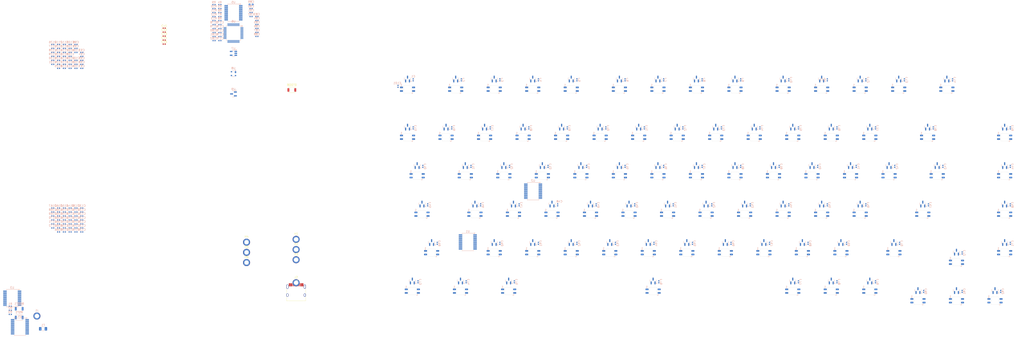
<source format=kicad_pcb>
(kicad_pcb (version 20240108) (generator "pcbnew") (generator_version "8.0")
  (layers (0 "F.Cu" signal) (31 "B.Cu" signal) (34 "B.Paste" user) (35 "F.Paste" user) (36 "B.SilkS" user "B.Silkscreen") (37 "F.SilkS" user "F.Silkscreen") (38 "B.Mask" user) (39 "F.Mask" user) (44 "Edge.Cuts" user))
  (net 0 "")
  (net 1 "+3V3")
  (net 2 "BOOT0")
  (net 3 "+5V")
  (net 4 "GND")
  (net 5 "NRST")
  (net 6 "COM")
  (net 7 "COM1")
  (net 8 "COM2")
  (net 9 "COM3")
  (net 10 "COM4")
  (net 11 "VBUS")
  (net 12 "D-")
  (net 13 "D+")
  (net 16 "LED_IN")
  (net 173 "Net-(U5-COM)")
  (net 254 "/B14")
  (net 255 "/A0")
  (net 256 "/A10")
  (net 257 "E4")
  (net 258 "S3")
  (net 259 "S0")
  (net 260 "/A9")
  (net 261 "LED0")
  (net 262 "/F0")
  (net 263 "/C15")
  (net 264 "E")
  (net 265 "S1")
  (net 266 "/F1")
  (net 267 "E2")
  (net 268 "E1")
  (net 269 "S2")
  (net 270 "/A15")
  (net 271 "E3")
  (net 272 "/B11")
  (net 273 "/C13")
  (net 274 "/C14")
  (net 275 "/B13")
  (net 276 "/B12")
  (net 277 "/B15")
  (net 278 "/B10")
  (net 297 "Net-(J3-CC2)")
  (net 298 "Net-(J3-CC1)")
  (net 307 "Net-(U1-COM)")
  (net 308 "Net-(U2-COM)")
  (net 309 "Net-(U3-COM)")
  (net 310 "Net-(U4-COM)")
  (footprint "KB_MX_Analog:MX-Analog-1U" (layer "F.Cu") (at 104.775 80.9625)
    (property "Reference" "SW33")
    (property "Value" "DRV5053")
  )
  (footprint "KB_Switch_Misc:MX-LED_WS2812B_wide" (layer "F.Cu") (at 119.0625 38.1)
    (property "Reference" "LED5" (hide yes))
    (property "Value" "WS2812B")
    (fp_rect (start -1.9 3.175) (end 1.9 6.9) (stroke (width 0.05)) (fill none) (layer "Edge.Cuts"))
  )
  (footprint "KB_MX_Analog:MX-Analog-1U" (layer "F.Cu") (at 190.5 61.9125)
    (property "Reference" "SW23")
    (property "Value" "DRV5053")
  )
  (footprint "KB_Switch_Misc:MX-LED_WS2812B_wide" (layer "F.Cu") (at 185.7375 100.0125)
    (property "Reference" "LED52" (hide yes))
    (property "Value" "WS2812B")
    (fp_rect (start -1.9 3.175) (end 1.9 6.9) (stroke (width 0.05)) (fill none) (layer "Edge.Cuts"))
  )
  (footprint "KB_MX_Analog:MX-Analog-1U" (layer "F.Cu") (at 233.3625 119.0625)
    (property "Reference" "SW68")
    (property "Value" "DRV5053")
  )
  (footprint "KB_Switch_Misc:MX-LED_WS2812B_wide" (layer "F.Cu") (at 171.45 61.9125)
    (property "Reference" "LED22" (hide yes))
    (property "Value" "WS2812B")
    (fp_rect (start -1.9 3.175) (end 1.9 6.9) (stroke (width 0.05)) (fill none) (layer "Edge.Cuts"))
  )
  (footprint "KB_Switch_Misc:MX-LED_WS2812B_wide" (layer "F.Cu") (at 233.3625 119.0625)
    (property "Reference" "LED68" (hide yes))
    (property "Value" "WS2812B")
    (fp_rect (start -1.9 3.175) (end 1.9 6.9) (stroke (width 0.05)) (fill none) (layer "Edge.Cuts"))
  )
  (footprint "KB_MX_Analog:MX-Analog-1U" (layer "F.Cu") (at 171.45 61.9125)
    (property "Reference" "SW22")
    (property "Value" "DRV5053")
  )
  (footprint "KB_MX_Analog:MX-Analog-1U" (layer "F.Cu") (at 76.2 61.9125)
    (property "Reference" "SW17")
    (property "Value" "DRV5053")
  )
  (footprint "KB_MX_Analog:MX-Analog-1U" (layer "F.Cu") (at 128.5875 100.0125)
    (property "Reference" "SW49")
    (property "Value" "DRV5053")
  )
  (footprint "KB_MX_Analog:MX-Analog-1U" (layer "F.Cu") (at 123.825 80.9625)
    (property "Reference" "SW34")
    (property "Value" "DRV5053")
  )
  (footprint "KB_MX_Analog:MX-Analog-1U" (layer "F.Cu") (at 100.0125 38.1)
    (property "Reference" "SW4")
    (property "Value" "DRV5053")
  )
  (footprint "KB_Switch_Misc:MX-LED_WS2812B_wide" (layer "F.Cu") (at 104.775 80.9625)
    (property "Reference" "LED33" (hide yes))
    (property "Value" "WS2812B")
    (fp_rect (start -1.9 3.175) (end 1.9 6.9) (stroke (width 0.05)) (fill none) (layer "Edge.Cuts"))
  )
  (footprint "KB_MX_Analog:MX-Analog-1U" (layer "F.Cu") (at 142.875 38.1)
    (property "Reference" "SW6")
    (property "Value" "DRV5053")
  )
  (footprint "KB_Switch_Misc:MX-LED_WS2812B_wide" (layer "F.Cu") (at 119.0625 119.0625)
    (property "Reference" "LED62" (hide yes))
    (property "Value" "WS2812B")
    (fp_rect (start -1.9 3.175) (end 1.9 6.9) (stroke (width 0.05)) (fill none) (layer "Edge.Cuts"))
  )
  (footprint "KB_Switch_Misc:MX-LED_WS2812B_wide" (layer "F.Cu") (at 85.725 80.9625)
    (property "Reference" "LED32" (hide yes))
    (property "Value" "WS2812B")
    (fp_rect (start -1.9 3.175) (end 1.9 6.9) (stroke (width 0.05)) (fill none) (layer "Edge.Cuts"))
  )
  (footprint "KB_MX_Analog:MX-Analog-1U" (layer "F.Cu") (at 328.6125 142.875)
    (property "Reference" "SW82")
    (property "Value" "DRV5053")
  )
  (footprint "KB_Switch_Misc:MX-LED_WS2812B_wide" (layer "F.Cu") (at 190.5 61.9125)
    (property "Reference" "LED23" (hide yes))
    (property "Value" "WS2812B")
    (fp_rect (start -1.9 3.175) (end 1.9 6.9) (stroke (width 0.05)) (fill none) (layer "Edge.Cuts"))
  )
  (footprint "KB_MX_Analog:MX-Analog-1U" (layer "F.Cu") (at 85.725 80.9625)
    (property "Reference" "SW32")
    (property "Value" "DRV5053")
  )
  (footprint "KB_Switch_Misc:MX-LED_WS2812B_wide" (layer "F.Cu") (at 333.375 61.9125)
    (property "Reference" "LED29" (hide yes))
    (property "Value" "WS2812B")
    (fp_rect (start -1.9 3.175) (end 1.9 6.9) (stroke (width 0.05)) (fill none) (layer "Edge.Cuts"))
  )
  (footprint "KB_MX_Analog:MX-Analog-1U" (layer "F.Cu") (at 152.4 61.9125)
    (property "Reference" "SW21")
    (property "Value" "DRV5053")
  )
  (footprint "KB_Switch_Misc:MX-LED_WS2812B_wide" (layer "F.Cu") (at 195.2625 119.0625)
    (property "Reference" "LED66" (hide yes))
    (property "Value" "WS2812B")
    (fp_rect (start -1.9 3.175) (end 1.9 6.9) (stroke (width 0.05)) (fill none) (layer "Edge.Cuts"))
  )
  (footprint "MountingHole:MountingHole_2.2mm_M2_ISO7380_Pad" (layer "F.Cu") (at -17 117.5)
    (property "Reference" "H1")
    (property "Value" "MountingHole")
  )
  (footprint "KB_MX_Analog:MX-Analog-1U" (layer "F.Cu") (at 333.375 119.0625)
    (property "Reference" "SW71")
    (property "Value" "DRV5053")
  )
  (footprint "KB_MX_Analog:MX-Analog-1U" (layer "F.Cu") (at 180.975 38.1)
    (property "Reference" "SW8")
    (property "Value" "DRV5053")
  )
  (footprint "KB_MX_Analog:MX-Analog-1.75U" (layer "F.Cu") (at 278.60625 119.0625)
    (property "Reference" "SW70")
    (property "Value" "DRV5053")
  )
  (footprint "KB_MX_Analog:MX-Analog-1.25U" (layer "F.Cu") (at 64.29375 138.1125)
    (property "Reference" "SW74")
    (property "Value" "DRV5053")
  )
  (footprint "KB_Switch_Misc:MX-LED_WS2812B_wide" (layer "F.Cu") (at 61.9125 38.1)
    (property "Reference" "LED2" (hide yes))
    (property "Value" "WS2812B")
    (fp_rect (start -1.9 3.175) (end 1.9 6.9) (stroke (width 0.05)) (fill none) (layer "Edge.Cuts"))
  )
  (footprint "KB_Switch_Misc:MX-LED_WS2812B_wide" (layer "F.Cu") (at 180.975 38.1)
    (property "Reference" "LED8" (hide yes))
    (property "Value" "WS2812B")
    (fp_rect (start -1.9 3.175) (end 1.9 6.9) (stroke (width 0.05)) (fill none) (layer "Edge.Cuts"))
  )
  (footprint "Capacitor_SMD:C_0402_1005Metric" (layer "F.Cu") (at -82.215 12.915)
    (property "Reference" "Cx1")
    (property "Value" "100nF")
  )
  (footprint "MountingHole:MountingHole_2.2mm_M2_ISO7380_Pad" (layer "F.Cu") (at -41.5 129)
    (property "Reference" "H6")
    (property "Value" "MountingHole")
  )
  (footprint "KB_MX_Analog:MX-Analog-1U" (layer "F.Cu") (at 38.1 38.1)
    (property "Reference" "SW1")
    (property "Value" "DRV5053")
  )
  (footprint "Capacitor_SMD:C_0402_1005Metric" (layer "F.Cu") (at -82.215 18.825)
    (property "Reference" "Cx4")
    (property "Value" "100nF")
  )
  (footprint "KB_Switch_Misc:MX-LED_WS2812B_wide" (layer "F.Cu") (at 276.225 80.9625)
    (property "Reference" "LED42" (hide yes))
    (property "Value" "WS2812B")
    (fp_rect (start -1.9 3.175) (end 1.9 6.9) (stroke (width 0.05)) (fill none) (layer "Edge.Cuts"))
  )
  (footprint "KB_Switch_Misc:MX-LED_WS2812B_wide" (layer "F.Cu") (at 200.025 38.1)
    (property "Reference" "LED9" (hide yes))
    (property "Value" "WS2812B")
    (fp_rect (start -1.9 3.175) (end 1.9 6.9) (stroke (width 0.05)) (fill none) (layer "Edge.Cuts"))
  )
  (footprint "KB_Switch_Misc:MX-LED_WS2812B_wide" (layer "F.Cu") (at 328.6125 142.875)
    (property "Reference" "LED82" (hide yes))
    (property "Value" "WS2812B")
    (fp_rect (start -1.9 3.175) (end 1.9 6.9) (stroke (width 0.05)) (fill none) (layer "Edge.Cuts"))
  )
  (footprint "KB_Switch_Misc:MX-LED_WS2812B_wide" (layer "F.Cu") (at 142.875 80.9625)
    (property "Reference" "LED35" (hide yes))
    (property "Value" "WS2812B")
    (fp_rect (start -1.9 3.175) (end 1.9 6.9) (stroke (width 0.05)) (fill none) (layer "Edge.Cuts"))
  )
  (footprint "KB_Switch_Misc:MX-LED_WS2812B_wide" (layer "F.Cu") (at 333.375 119.0625)
    (property "Reference" "LED71" (hide yes))
    (property "Value" "WS2812B")
    (fp_rect (start -1.9 3.175) (end 1.9 6.9) (stroke (width 0.05)) (fill none) (layer "Edge.Cuts"))
  )
  (footprint "KB_MX_Analog:MX-Analog-6.25U-ReversedStabilizers" (layer "F.Cu") (at 159.54375 138.1125)
    (property "Reference" "SW76")
    (property "Value" "DRV5053")
  )
  (footprint "KB_MX_Analog:MX-Analog-1U" (layer "F.Cu") (at 304.8 38.1)
    (property "Reference" "SW14")
    (property "Value" "DRV5053")
  )
  (footprint "KB_MX_Analog:MX-Analog-1.75U" (layer "F.Cu") (at 45.24375 100.0125)
    (property "Reference" "SW45")
    (property "Value" "DRV5053")
  )
  (footprint "KB_Switch_Misc:MX-LED_WS2812B_wide" (layer "F.Cu") (at 247.65 138.1125)
    (property "Reference" "LED78" (hide yes))
    (property "Value" "WS2812B")
    (fp_rect (start -1.9 3.175) (end 1.9 6.9) (stroke (width 0.05)) (fill none) (layer "Edge.Cuts"))
  )
  (footprint "KB_Switch_Misc:MX-LED_WS2812B_wide" (layer "F.Cu") (at 95.25 61.9125)
    (property "Reference" "LED18" (hide yes))
    (property "Value" "WS2812B")
    (fp_rect (start -1.9 3.175) (end 1.9 6.9) (stroke (width 0.05)) (fill none) (layer "Edge.Cuts"))
  )
  (footprint "KB_Switch_Misc:MX-LED_WS2812B_wide" (layer "F.Cu") (at 242.8875 38.1)
    (property "Reference" "LED11" (hide yes))
    (property "Value" "WS2812B")
    (fp_rect (start -1.9 3.175) (end 1.9 6.9) (stroke (width 0.05)) (fill none) (layer "Edge.Cuts"))
  )
  (footprint "Button_Switch_SMD:SW_SPST_B3U-1000P" (layer "F.Cu") (at -19.1 43.5)
    (property "Reference" "BOOT0")
    (property "Value" "SW_SPST")
  )
  (footprint "KB_MX_Analog:MX-Analog-1U" (layer "F.Cu") (at 209.55 61.9125)
    (property "Reference" "SW24")
    (property "Value" "DRV5053")
  )
  (footprint "KB_MX_Analog:MX-Analog-1U" (layer "F.Cu") (at 57.15 61.9125)
    (property "Reference" "SW16")
    (property "Value" "DRV5053")
  )
  (footprint "KB_Switch_Misc:MX-LED_WS2812B_wide" (layer "F.Cu") (at 80.9625 119.0625)
    (property "Reference" "LED60" (hide yes))
    (property "Value" "WS2812B")
    (fp_rect (start -1.9 3.175) (end 1.9 6.9) (stroke (width 0.05)) (fill none) (layer "Edge.Cuts"))
  )
  (footprint "MountingHole:MountingHole_2.2mm_M2_ISO7380_Pad" (layer "F.Cu") (at -17 139)
    (property "Reference" "J2")
    (property "Value" "Conn_01x02_Pin")
  )
  (footprint "KB_Switch_Misc:MX-LED_WS2812B_wide" (layer "F.Cu") (at 166.6875 100.0125)
    (property "Reference" "LED51" (hide yes))
    (property "Value" "WS2812B")
    (fp_rect (start -1.9 3.175) (end 1.9 6.9) (stroke (width 0.05)) (fill none) (layer "Edge.Cuts"))
  )
  (footprint "KB_MX_Analog:MX-Analog-1U" (layer "F.Cu") (at 333.375 61.9125)
    (property "Reference" "SW29")
    (property "Value" "DRV5053")
  )
  (footprint "KB_MX_Analog:MX-Analog-2U" (layer "F.Cu") (at 295.275 61.9125)
    (property "Reference" "SW28")
    (property "Value" "DRV5053")
  )
  (footprint "KB_Switch_Misc:MX-LED_WS2812B_wide" (layer "F.Cu") (at 223.8375 38.1)
    (property "Reference" "LED10" (hide yes))
    (property "Value" "WS2812B")
    (fp_rect (start -1.9 3.175) (end 1.9 6.9) (stroke (width 0.05)) (fill none) (layer "Edge.Cuts"))
  )
  (footprint "KB_MX_Analog:MX-Analog-1U" (layer "F.Cu") (at 266.7 138.1125)
    (property "Reference" "SW79")
    (property "Value" "DRV5053")
  )
  (footprint "KB_MX_Analog:MX-Analog-1U" (layer "F.Cu") (at 71.4375 100.0125)
    (property "Reference" "SW46")
    (property "Value" "DRV5053")
  )
  (footprint "KB_Switch_Misc:MX-LED_WS2812B_wide" (layer "F.Cu") (at 45.24375 100.0125)
    (property "Reference" "LED45" (hide yes))
    (property "Value" "WS2812B")
    (fp_rect (start -1.9 3.175) (end 1.9 6.9) (stroke (width 0.05)) (fill none) (layer "Edge.Cuts"))
  )
  (footprint "KB_MX_Analog:MX-Analog-1U" (layer "F.Cu") (at 261.9375 38.1)
    (property "Reference" "SW12")
    (property "Value" "DRV5053")
  )
  (footprint "KB_MX_Analog:MX-Analog-1U" (layer "F.Cu") (at 80.9625 119.0625)
    (property "Reference" "SW60")
    (property "Value" "DRV5053")
  )
  (footprint "KB_MX_Analog:MX-Analog-1U" (layer "F.Cu") (at 157.1625 119.0625)
    (property "Reference" "SW64")
    (property "Value" "DRV5053")
  )
  (footprint "KB_Switch_Misc:MX-LED_WS2812B_wide" (layer "F.Cu") (at 50.00625 119.0625)
    (property "Reference" "LED59" (hide yes))
    (property "Value" "WS2812B")
    (fp_rect (start -1.9 3.175) (end 1.9 6.9) (stroke (width 0.05)) (fill none) (layer "Edge.Cuts"))
  )
  (footprint "KB_Switch_Misc:MX-LED_WS2812B_wide" (layer "F.Cu") (at 280.9875 38.1)
    (property "Reference" "LED13" (hide yes))
    (property "Value" "WS2812B")
    (fp_rect (start -1.9 3.175) (end 1.9 6.9) (stroke (width 0.05)) (fill none) (layer "Edge.Cuts"))
  )
  (footprint "KB_MX_Analog:MX-Analog-1U" (layer "F.Cu") (at 161.925 80.9625)
    (property "Reference" "SW36")
    (property "Value" "DRV5053")
  )
  (footprint "KB_Switch_Misc:MX-LED_WS2812B_wide" (layer "F.Cu") (at 214.3125 119.0625)
    (property "Reference" "LED67" (hide yes))
    (property "Value" "WS2812B")
    (fp_rect (start -1.9 3.175) (end 1.9 6.9) (stroke (width 0.05)) (fill none) (layer "Edge.Cuts"))
  )
  (footprint "KB_Switch_Misc:MX-LED_WS2812B_wide" (layer "F.Cu") (at 309.5625 123.825)
    (property "Reference" "LED72" (hide yes))
    (property "Value" "WS2812B")
    (fp_rect (start -1.9 3.175) (end 1.9 6.9) (stroke (width 0.05)) (fill none) (layer "Edge.Cuts"))
  )
  (footprint "KB_Switch_Misc:MX-LED_WS2812B_wide" (layer "F.Cu") (at 309.5625 142.875)
    (property "Reference" "LED81" (hide yes))
    (property "Value" "WS2812B")
    (fp_rect (start -1.9 3.175) (end 1.9 6.9) (stroke (width 0.05)) (fill none) (layer "Edge.Cuts"))
  )
  (footprint "MountingHole:MountingHole_2.2mm_M2_ISO7380_Pad" (layer "F.Cu") (at -41.5 123.95)
    (property "Reference" "H5")
    (property "Value" "MountingHole")
  )
  (footprint "KB_MX_Analog:MX-Analog-1U" (layer "F.Cu") (at 119.0625 119.0625)
    (property "Reference" "SW62")
    (property "Value" "DRV5053")
  )
  (footprint "KB_Switch_Misc:MX-LED_WS2812B_wide" (layer "F.Cu") (at 76.2 61.9125)
    (property "Reference" "LED17" (hide yes))
    (property "Value" "WS2812B")
    (fp_rect (start -1.9 3.175) (end 1.9 6.9) (stroke (width 0.05)) (fill none) (layer "Edge.Cuts"))
  )
  (footprint "KB_Switch_Misc:MX-LED_WS2812B_wide" (layer "F.Cu") (at 290.5125 142.875)
    (property "Reference" "LED80" (hide yes))
    (property "Value" "WS2812B")
    (fp_rect (start -1.9 3.175) (end 1.9 6.9) (stroke (width 0.05)) (fill none) (layer "Edge.Cuts"))
  )
  (footprint "KB_Switch_Misc:MX-LED_WS2812B_wide" (layer "F.Cu") (at 66.675 80.9625)
    (property "Reference" "LED31" (hide yes))
    (property "Value" "WS2812B")
    (fp_rect (start -1.9 3.175) (end 1.9 6.9) (stroke (width 0.05)) (fill none) (layer "Edge.Cuts"))
  )
  (footprint "KB_MX_Analog:MX-Analog-1U" (layer "F.Cu") (at 133.35 61.9125)
    (property "Reference" "SW20")
    (property "Value" "DRV5053")
  )
  (footprint "KB_MX_Analog:MX-Analog-1U" (layer "F.Cu") (at 333.375 80.9625)
    (property "Reference" "SW44")
    (property "Value" "DRV5053")
  )
  (footprint "KB_MX_Analog:MX-Analog-1U" (layer "F.Cu") (at 114.3 61.9125)
    (property "Reference" "SW19")
    (property "Value" "DRV5053")
  )
  (footprint "KB_Switch_Misc:MX-LED_WS2812B_wide" (layer "F.Cu") (at 333.375 100.0125)
    (property "Reference" "LED58" (hide yes))
    (property "Value" "WS2812B")
    (fp_rect (start -1.9 3.175) (end 1.9 6.9) (stroke (width 0.05)) (fill none) (layer "Edge.Cuts"))
  )
  (footprint "Capacitor_SMD:C_0402_1005Metric" (layer "F.Cu") (at -82.215 20.795)
    (property "Reference" "Cx5")
    (property "Value" "100nF")
  )
  (footprint "KB_Switch_Misc:MX-LED_WS2812B_wide" (layer "F.Cu") (at 161.925 38.1)
    (property "Reference" "LED7" (hide yes))
    (property "Value" "WS2812B")
    (fp_rect (start -1.9 3.175) (end 1.9 6.9) (stroke (width 0.05)) (fill none) (layer "Edge.Cuts"))
  )
  (footprint "KB_Switch_Misc:MX-LED_WS2812B_wide" (layer "F.Cu") (at 278.60625 119.0625)
    (property "Reference" "LED70" (hide yes))
    (property "Value" "WS2812B")
    (fp_rect (start -1.9 3.175) (end 1.9 6.9) (stroke (width 0.05)) (fill none) (layer "Edge.Cuts"))
  )
  (footprint "KB_MX_Analog:MX-Analog-1U" (layer "F.Cu") (at 166.6875 100.0125)
    (property "Reference" "SW51")
    (property "Value" "DRV5053")
  )
  (footprint "KB_Switch_Misc:MX-LED_WS2812B_wide" (layer "F.Cu") (at 304.8 38.1)
    (property "Reference" "LED14" (hide yes))
    (property "Value" "WS2812B")
    (fp_rect (start -1.9 3.175) (end 1.9 6.9) (stroke (width 0.05)) (fill none) (layer "Edge.Cuts"))
  )
  (footprint "KB_MX_Analog:MX-Analog-1U" (layer "F.Cu") (at 309.5625 142.875)
    (property "Reference" "SW81")
    (property "Value" "DRV5053")
  )
  (footprint "KB_Switch_Misc:MX-LED_WS2812B_wide" (layer "F.Cu") (at 157.1625 119.0625)
    (property "Reference" "LED64" (hide yes))
    (property "Value" "WS2812B")
    (fp_rect (start -1.9 3.175) (end 1.9 6.9) (stroke (width 0.05)) (fill none) (layer "Edge.Cuts"))
  )
  (footprint "KB_Switch_Misc:MX-LED_WS2812B_wide" (layer "F.Cu") (at 38.1 38.1)
    (property "Reference" "LED1" (hide yes))
    (property "Value" "WS2812B")
    (fp_rect (start -1.9 3.175) (end 1.9 6.9) (stroke (width 0.05)) (fill none) (layer "Edge.Cuts"))
  )
  (footprint "KB_Switch_Misc:MX-LED_WS2812B_wide" (layer "F.Cu") (at 266.7 138.1125)
    (property "Reference" "LED79" (hide yes))
    (property "Value" "WS2812B")
    (fp_rect (start -1.9 3.175) (end 1.9 6.9) (stroke (width 0.05)) (fill none) (layer "Edge.Cuts"))
  )
  (footprint "KB_Switch_Misc:MX-LED_WS2812B_wide" (layer "F.Cu") (at 123.825 80.9625)
    (property "Reference" "LED34" (hide yes))
    (property "Value" "WS2812B")
    (fp_rect (start -1.9 3.175) (end 1.9 6.9) (stroke (width 0.05)) (fill none) (layer "Edge.Cuts"))
  )
  (footprint "Capacitor_SMD:C_0402_1005Metric" (layer "F.Cu") (at -82.215 16.855)
    (property "Reference" "Cx3")
    (property "Value" "100nF")
  )
  (footprint "KB_Switch_Misc:MX-LED_WS2812B_wide" (layer "F.Cu") (at 333.375 80.9625)
    (property "Reference" "LED44" (hide yes))
    (property "Value" "WS2812B")
    (fp_rect (start -1.9 3.175) (end 1.9 6.9) (stroke (width 0.05)) (fill none) (layer "Edge.Cuts"))
  )
  (footprint "KB_MX_Analog:MX-Analog-1U" (layer "F.Cu") (at 204.7875 100.0125)
    (property "Reference" "SW53")
    (property "Value" "DRV5053")
  )
  (footprint "KB_Switch_Misc:MX-LED_WS2812B_wide" (layer "F.Cu") (at 266.7 61.9125)
    (property "Reference" "LED27" (hide yes))
    (property "Value" "WS2812B")
    (fp_rect (start -1.9 3.175) (end 1.9 6.9) (stroke (width 0.05)) (fill none) (layer "Edge.Cuts"))
  )
  (footprint "KB_Switch_Misc:MX-LED_WS2812B_wide" (layer "F.Cu") (at 257.175 80.9625)
    (property "Reference" "LED41" (hide yes))
    (property "Value" "WS2812B")
    (fp_rect (start -1.9 3.175) (end 1.9 6.9) (stroke (width 0.05)) (fill none) (layer "Edge.Cuts"))
  )
  (footprint "KB_Switch_Misc:MX-LED_WS2812B_wide" (layer "F.Cu") (at 228.6 138.1125)
    (property "Reference" "LED77" (hide yes))
    (property "Value" "WS2812B")
    (fp_rect (start -1.9 3.175) (end 1.9 6.9) (stroke (width 0.05)) (fill none) (layer "Edge.Cuts"))
  )
  (footprint "KB_MX_Analog:MX-Analog-1U" (layer "F.Cu") (at 100.0125 119.0625)
    (property "Reference" "SW61")
    (property "Value" "DRV5053")
  )
  (footprint "KB_MX_Analog:MX-Analog-1U" (layer "F.Cu") (at 185.7375 100.0125)
    (property "Reference" "SW52")
    (property "Value" "DRV5053")
  )
  (footprint "KB_Switch_Misc:MX-LED_WS2812B_wide" (layer "F.Cu") (at 42.8625 80.9625)
    (property "Reference" "LED30" (hide yes))
    (property "Value" "WS2812B")
    (fp_rect (start -1.9 3.175) (end 1.9 6.9) (stroke (width 0.05)) (fill none) (layer "Edge.Cuts"))
  )
  (footprint "KB_MX_Analog:MX-Analog-1U" (layer "F.Cu") (at 176.2125 119.0625)
    (property "Reference" "SW65")
    (property "Value" "DRV5053")
  )
  (footprint "KB_Switch_Misc:MX-LED_WS2812B_wide" (layer "F.Cu") (at 128.5875 100.0125)
    (property "Reference" "LED49" (hide yes))
    (property "Value" "WS2812B")
    (fp_rect (start -1.9 3.175) (end 1.9 6.9) (stroke (width 0.05)) (fill none) (layer "Edge.Cuts"))
  )
  (footprint "KB_MX_Analog:MX-Analog-1U" (layer "F.Cu") (at 200.025 38.1)
    (property "Reference" "SW9")
    (property "Value" "DRV5053")
  )
  (footprint "KB_Switch_Misc:MX-LED_WS2812B_wide" (layer "F.Cu") (at 252.4125 119.0625)
    (property "Reference" "LED69" (hide yes))
    (property "Value" "WS2812B")
    (fp_rect (start -1.9 3.175) (end 1.9 6.9) (stroke (width 0.05)) (fill none) (layer "Edge.Cuts"))
  )
  (footprint "KB_MX_Analog:MX-Analog-1U" (layer "F.Cu") (at 214.3125 119.0625)
    (property "Reference" "SW67")
    (property "Value" "DRV5053")
  )
  (footprint "KB_MX_Analog:MX-Analog-1U" (layer "F.Cu") (at 261.9375 100.0125)
    (property "Reference" "SW56")
    (property "Value" "DRV5053")
  )
  (footprint "KB_MX_Analog:MX-Analog-1U" (layer "F.Cu") (at 252.4125 119.0625)
    (property "Reference" "SW69")
    (property "Value" "DRV5053")
  )
  (footprint "KB_MX_Analog:MX-Analog-1U" (layer "F.Cu") (at 80.9625 38.1)
    (property "Reference" "SW3")
    (property "Value" "DRV5053")
  )
  (footprint "KB_MX_Analog:MX-Analog-1.5U" (layer "F.Cu") (at 42.8625 80.9625)
    (property "Reference" "SW30")
    (property "Value" "DRV5053")
  )
  (footprint "KB_Switch_Misc:MX-LED_WS2812B_wide" (layer "F.Cu") (at 180.975 80.9625)
    (property "Reference" "LED37" (hide yes))
    (property "Value" "WS2812B")
    (fp_rect (start -1.9 3.175) (end 1.9 6.9) (stroke (width 0.05)) (fill none) (layer "Edge.Cuts"))
  )
  (footprint "KB_MX_Analog:MX-Analog-1U" (layer "F.Cu") (at 223.8375 100.0125)
    (property "Reference" "SW54")
    (property "Value" "DRV5053")
  )
  (footprint "KB_MX_Analog:MX-Analog-1U" (layer "F.Cu") (at 238.125 80.9625)
    (property "Reference" "SW40")
    (property "Value" "DRV5053")
  )
  (footprint "KB_MX_Analog:MX-Analog-1.25U" (layer "F.Cu") (at 40.48125 138.1125)
    (property "Reference" "SW73")
    (property "Value" "DRV5053")
  )
  (footprint "KB_MX_Analog:MX-Analog-1U" (layer "F.Cu") (at 228.6 61.9125)
    (property "Reference" "SW25")
    (property "Value" "DRV5053")
  )
  (footprint "KB_MX_Analog:MX-Analog-1U" (layer "F.Cu") (at 195.2625 119.0625)
    (property "Reference" "SW66")
    (property "Value" "DRV5053")
  )
  (footprint "KB_Switch_Misc:MX-LED_WS2812B_wide" (layer "F.Cu") (at 159.54375 138.1125)
    (property "Reference" "LED76" (hide yes))
    (property "Value" "WS2812B")
    (fp_rect (start -1.9 3.175) (end 1.9 6.9) (stroke (width 0.05)) (fill none) (layer "Edge.Cuts"))
  )
  (footprint "KB_MX_Analog:MX-Analog-1U" (layer "F.Cu") (at 38.1 61.9125)
    (property "Reference" "SW15")
    (property "Value" "DRV5053")
  )
  (footprint "KB_Switch_Misc:MX-LED_WS2812B_wide" (layer "F.Cu") (at 200.025 80.9625)
    (property "Reference" "LED38" (hide yes))
    (property "Value" "WS2812B")
    (fp_rect (start -1.9 3.175) (end 1.9 6.9) (stroke (width 0.05)) (fill none) (layer "Edge.Cuts"))
  )
  (footprint "KB_Switch_Misc:MX-LED_WS2812B_wide" (layer "F.Cu") (at 100.0125 119.0625)
    (property "Reference" "LED61" (hide yes))
    (property "Value" "WS2812B")
    (fp_rect (start -1.9 3.175) (end 1.9 6.9) (stroke (width 0.05)) (fill none) (layer "Edge.Cuts"))
  )
  (footprint "KB_MX_Analog:MX-Analog-1U" (layer "F.Cu") (at 247.65 138.1125)
    (property "Reference" "SW78")
    (property "Value" "DRV5053")
  )
  (footprint "KB_Switch_Misc:MX-LED_WS2812B_wide" (layer "F.Cu") (at 228.6 61.9125)
    (property "Reference" "LED25" (hide yes))
    (property "Value" "WS2812B")
    (fp_rect (start -1.9 3.175) (end 1.9 6.9) (stroke (width 0.05)) (fill none) (layer "Edge.Cuts"))
  )
  (footprint "KB_MX_Analog:MX-Analog-1U" (layer "F.Cu") (at 142.875 80.9625)
    (property "Reference" "SW35")
    (property "Value" "DRV5053")
  )
  (footprint "KB_MX_Analog:MX-Analog-1U" (layer "F.Cu") (at 119.0625 38.1)
    (property "Reference" "SW5")
    (property "Value" "DRV5053")
  )
  (footprint "MountingHole:MountingHole_2.2mm_M2_ISO7380_Pad" (layer "F.Cu") (at -17 127.6)
    (property "Reference" "H3")
    (property "Value" "MountingHole")
  )
  (footprint "KB_Switch_Misc:MX-LED_WS2812B_wide" (layer "F.Cu") (at 261.9375 100.0125)
    (property "Reference" "LED56" (hide yes))
    (property "Value" "WS2812B")
    (fp_rect (start -1.9 3.175) (end 1.9 6.9) (stroke (width 0.05)) (fill none) (layer "Edge.Cuts"))
  )
  (footprint "KB_Switch_Misc:MX-LED_WS2812B_wide" (layer "F.Cu") (at 109.5375 100.0125)
    (property "Reference" "LED48" (hide yes))
    (property "Value" "WS2812B")
    (fp_rect (start -1.9 3.175) (end 1.9 6.9) (stroke (width 0.05)) (fill none) (layer "Edge.Cuts"))
  )
  (footprint "KB_MX_Analog:MX-Analog-1U" (layer "F.Cu") (at 138.1125 119.0625)
    (property "Reference" "SW63")
    (property "Value" "DRV5053")
  )
  (footprint "KB_Switch_Misc:MX-LED_WS2812B_wide" (layer "F.Cu") (at 114.3 61.9125)
    (property "Reference" "LED19" (hide yes))
    (property "Value" "WS2812B")
    (fp_rect (start -1.9 3.175) (end 1.9 6.9) (stroke (width 0.05)) (fill none) (layer "Edge.Cuts"))
  )
  (footprint "KB_MX_Analog:MX-Analog-1U" (layer "F.Cu") (at 228.6 138.1125)
    (property "Reference" "SW77")
    (property "Value" "DRV5053")
  )
  (footprint "KB_MX_Analog:MX-Analog-1U" (layer "F.Cu") (at 66.675 80.9625)
    (property "Reference" "SW31")
    (property "Value" "DRV5053")
  )
  (footprint "KB_Switch_Misc:MX-LED_WS2812B_wide" (layer "F.Cu") (at 40.48125 138.1125)
    (property "Reference" "LED73" (hide yes))
    (property "Value" "WS2812B")
    (fp_rect (start -1.9 3.175) (end 1.9 6.9) (stroke (width 0.05)) (fill none) (layer "Edge.Cuts"))
  )
  (footprint "KB_Switch_Misc:MX-LED_WS2812B_wide" (layer "F.Cu") (at 80.9625 38.1)
    (property "Reference" "LED3" (hide yes))
    (property "Value" "WS2812B")
    (fp_rect (start -1.9 3.175) (end 1.9 6.9) (stroke (width 0.05)) (fill none) (layer "Edge.Cuts"))
  )
  (footprint "KB_Switch_Misc:MX-LED_WS2812B_wide" (layer "F.Cu") (at 152.4 61.9125)
    (property "Reference" "LED21" (hide yes))
    (property "Value" "WS2812B")
    (fp_rect (start -1.9 3.175) (end 1.9 6.9) (stroke (width 0.05)) (fill none) (layer "Edge.Cuts"))
  )
  (footprint "KB_Switch_Misc:MX-LED_WS2812B_wide" (layer "F.Cu") (at 90.4875 100.0125)
    (property "Reference" "LED47" (hide yes))
    (property "Value" "WS2812B")
    (fp_rect (start -1.9 3.175) (end 1.9 6.9) (stroke (width 0.05)) (fill none) (layer "Edge.Cuts"))
  )
  (footprint "KB_Switch_Misc:MX-LED_WS2812B_wide" (layer "F.Cu") (at 209.55 61.9125)
    (property "Reference" "LED24" (hide yes))
    (property "Value" "WS2812B")
    (fp_rect (start -1.9 3.175) (end 1.9 6.9) (stroke (width 0.05)) (fill none) (layer "Edge.Cuts"))
  )
  (footprint "KB_MX_Analog:MX-Analog-1U" (layer "F.Cu") (at 219.075 80.9625)
    (property "Reference" "SW39")
    (property "Value" "DRV5053")
  )
  (footprint "KB_Switch_Misc:MX-LED_WS2812B_wide" (layer "F.Cu") (at 38.1 61.9125)
    (property "Reference" "LED15" (hide yes))
    (property "Value" "WS2812B")
    (fp_rect (start -1.9 3.175) (end 1.9 6.9) (stroke (width 0.05)) (fill none) (layer "Edge.Cuts"))
  )
  (footprint "MountingHole:MountingHole_2.2mm_M2_ISO7380_Pad" (layer "F.Cu") (at -17 122.55)
    (property "Reference" "H2")
    (property "Value" "MountingHole")
  )
  (footprint "KB_Switch_Misc:MX-LED_WS2812B_wide" (layer "F.Cu") (at 261.9375 38.1)
    (property "Reference" "LED12" (hide yes))
    (property "Value" "WS2812B")
    (fp_rect (start -1.9 3.175) (end 1.9 6.9) (stroke (width 0.05)) (fill none) (layer "Edge.Cuts"))
  )
  (footprint "KB_Switch_Misc:MX-LED_WS2812B_wide" (layer "F.Cu") (at 295.275 61.9125)
    (property "Reference" "LED28" (hide yes))
    (property "Value" "WS2812B")
    (fp_rect (start -1.9 3.175) (end 1.9 6.9) (stroke (width 0.05)) (fill none) (layer "Edge.Cuts"))
  )
  (footprint "KB_MX_Analog:MX-Analog-1U" (layer "F.Cu") (at 200.025 80.9625)
    (property "Reference" "SW38")
    (property "Value" "DRV5053")
  )
  (footprint "KB_Switch_Misc:MX-LED_WS2812B_wide" (layer "F.Cu") (at 57.15 61.9125)
    (property "Reference" "LED16" (hide yes))
    (property "Value" "WS2812B")
    (fp_rect (start -1.9 3.175) (end 1.9 6.9) (stroke (width 0.05)) (fill none) (layer "Edge.Cuts"))
  )
  (footprint "KB_MX_Analog:MX-Analog-1U" (layer "F.Cu") (at 280.9875 38.1)
    (property "Reference" "SW13")
    (property "Value" "DRV5053")
  )
  (footprint "KB_Switch_Misc:MX-LED_WS2812B_wide" (layer "F.Cu") (at 138.1125 119.0625)
    (property "Reference" "LED63" (hide yes))
    (property "Value" "WS2812B")
    (fp_rect (start -1.9 3.175) (end 1.9 6.9) (stroke (width 0.05)) (fill none) (layer "Edge.Cuts"))
  )
  (footprint "Capacitor_SMD:C_0402_1005Metric" (layer "F.Cu") (at -82.215 14.885)
    (property "Reference" "Cx2")
    (property "Value" "100nF")
  )
  (footprint "KB_Switch_Misc:MX-LED_WS2812B_wide" (layer "F.Cu") (at 300.0375 80.9625)
    (property "Reference" "LED43" (hide yes))
    (property "Value" "WS2812B")
    (fp_rect (start -1.9 3.175) (end 1.9 6.9) (stroke (width 0.05)) (fill none) (layer "Edge.Cuts"))
  )
  (footprint "KB_MX_Analog:MX-Analog-2.25U" (layer "F.Cu") (at 50.00625 119.0625)
    (property "Reference" "SW59")
    (property "Value" "DRV5053")
  )
  (footprint "KB_Switch_Misc:MX-LED_WS2812B_wide" (layer "F.Cu") (at 292.89375 100.0125)
    (property "Reference" "LED57" (hide yes))
    (property "Value" "WS2812B")
    (fp_rect (start -1.9 3.175) (end 1.9 6.9) (stroke (width 0.05)) (fill none) (layer "Edge.Cuts"))
  )
  (footprint "KB_MX_Analog:MX-Analog-1U" (layer "F.Cu") (at 257.175 80.9625)
    (property "Reference" "SW41")
    (property "Value" "DRV5053")
  )
  (footprint "KB_Switch_Misc:MX-LED_WS2812B_wide" (layer "F.Cu") (at 161.925 80.9625)
    (property "Reference" "LED36" (hide yes))
    (property "Value" "WS2812B")
    (fp_rect (start -1.9 3.175) (end 1.9 6.9) (stroke (width 0.05)) (fill none) (layer "Edge.Cuts"))
  )
  (footprint "KB_MX_Analog:MX-Analog-2.25U" (layer "F.Cu") (at 292.89375 100.0125)
    (property "Reference" "SW57")
    (property "Value" "DRV5053")
  )
  (footprint "KB_MX_Analog:MX-Analog-1U" (layer "F.Cu") (at 147.6375 100.0125)
    (property "Reference" "SW50")
    (property "Value" "DRV5053")
  )
  (footprint "KB_Switch_Misc:MX-LED_WS2812B_wide" (layer "F.Cu") (at 71.4375 100.0125)
    (property "Reference" "LED46" (hide yes))
    (property "Value" "WS2812B")
    (fp_rect (start -1.9 3.175) (end 1.9 6.9) (stroke (width 0.05)) (fill none) (layer "Edge.Cuts"))
  )
  (footprint "KB_MX_Analog:MX-Analog-1U" (layer "F.Cu") (at 276.225 80.9625)
    (property "Reference" "SW42")
    (property "Value" "DRV5053")
  )
  (footprint "KB_Switch_Misc:MX-LED_WS2812B_wide" (layer "F.Cu") (at 142.875 38.1)
    (property "Reference" "LED6" (hide yes))
    (property "Value" "WS2812B")
    (fp_rect (start -1.9 3.175) (end 1.9 6.9) (stroke (width 0.05)) (fill none) (layer "Edge.Cuts"))
  )
  (footprint "KB_Switch_Misc:MX-LED_WS2812B_wide" (layer "F.Cu") (at 238.125 80.9625)
    (property "Reference" "LED40" (hide yes))
    (property "Value" "WS2812B")
    (fp_rect (start -1.9 3.175) (end 1.9 6.9) (stroke (width 0.05)) (fill none) (layer "Edge.Cuts"))
  )
  (footprint "KB_Switch_Misc:MX-LED_WS2812B_wide" (layer "F.Cu") (at 242.8875 100.0125)
    (property "Reference" "LED55" (hide yes))
    (property "Value" "WS2812B")
    (fp_rect (start -1.9 3.175) (end 1.9 6.9) (stroke (width 0.05)) (fill none) (layer "Edge.Cuts"))
  )
  (footprint "KB_Switch_Misc:MX-LED_WS2812B_wide" (layer "F.Cu") (at 64.29375 138.1125)
    (property "Reference" "LED74" (hide yes))
    (property "Value" "WS2812B")
    (fp_rect (start -1.9 3.175) (end 1.9 6.9) (stroke (width 0.05)) (fill none) (layer "Edge.Cuts"))
  )
  (footprint "KB_MX_Analog:MX-Analog-1.25U" (layer "F.Cu") (at 88.10625 138.1125)
    (property "Reference" "SW75")
    (property "Value" "DRV5053")
  )
  (footprint "KB_MX_Analog:MX-Analog-1U" (layer "F.Cu") (at 242.8875 38.1)
    (property "Reference" "SW11")
    (property "Value" "DRV5053")
  )
  (footprint "KB_MX_Analog:MX-Analog-1U" (layer "F.Cu") (at 90.4875 100.0125)
    (property "Reference" "SW47")
    (property "Value" "DRV5053")
  )
  (footprint "KB_MX_Analog:MX-Analog-1U" (layer "F.Cu") (at 180.975 80.9625)
    (property "Reference" "SW37")
    (property "Value" "DRV5053")
  )
  (footprint "KB_Switch_Misc:MX-LED_WS2812B_wide" (layer "F.Cu") (at 219.075 80.9625)
    (property "Reference" "LED39" (hide yes))
    (property "Value" "WS2812B")
    (fp_rect (start -1.9 3.175) (end 1.9 6.9) (stroke (width 0.05)) (fill none) (layer "Edge.Cuts"))
  )
  (footprint "KB_MX_Analog:MX-Analog-1U" (layer "F.Cu") (at 109.5375 100.0125)
    (property "Reference" "SW48")
    (property "Value" "DRV5053")
  )
  (footprint "KB_MX_Analog:MX-Analog-1U" (layer "F.Cu") (at 61.9125 38.1)
    (property "Reference" "SW2")
    (property "Value" "DRV5053")
  )
  (footprint "KB_Switch_Misc:MX-LED_WS2812B_wide" (layer "F.Cu") (at 147.6375 100.0125)
    (property "Reference" "LED50" (hide yes))
    (property "Value" "WS2812B")
    (fp_rect (start -1.9 3.175) (end 1.9 6.9) (stroke (width 0.05)) (fill none) (layer "Edge.Cuts"))
  )
  (footprint "KB_MX_Analog:MX-Analog-1U" (layer "F.Cu") (at 290.5125 142.875)
    (property "Reference" "SW80")
    (property "Value" "DRV5053")
  )
  (footprint "KB_Switch_Misc:MX-LED_WS2812B_wide" (layer "F.Cu") (at 133.35 61.9125)
    (property "Reference" "LED20" (hide yes))
    (property "Value" "WS2812B")
    (fp_rect (start -1.9 3.175) (end 1.9 6.9) (stroke (width 0.05)) (fill none) (layer "Edge.Cuts"))
  )
  (footprint "KB_MX_Analog:MX-Analog-1U" (layer "F.Cu") (at 161.925 38.1)
    (property "Reference" "SW7")
    (property "Value" "DRV5053")
  )
  (footprint "Connector_USB:USB_C_Receptacle_HRO_TYPE-C-31-M-12" (layer "F.Cu") (at -17 144.05)
    (property "Reference" "J3")
    (property "Value" "USB_C_Receptacle_USB2.0")
  )
  (footprint "KB_MX_Analog:MX-Analog-1U" (layer "F.Cu") (at 223.8375 38.1)
    (property "Reference" "SW10")
    (property "Value" "DRV5053")
  )
  (footprint "KB_Switch_Misc:MX-LED_WS2812B_wide" (layer "F.Cu") (at 88.10625 138.1125)
    (property "Reference" "LED75" (hide yes))
    (property "Value" "WS2812B")
    (fp_rect (start -1.9 3.175) (end 1.9 6.9) (stroke (width 0.05)) (fill none) (layer "Edge.Cuts"))
  )
  (footprint "KB_MX_Analog:MX-Analog-1U" (layer "F.Cu") (at 309.5625 123.825)
    (property "Reference" "SW72")
    (property "Value" "DRV5053")
  )
  (footprint "KB_Switch_Misc:MX-LED_WS2812B_wide" (layer "F.Cu") (at 100.0125 38.1)
    (property "Reference" "LED4" (hide yes))
    (property "Value" "WS2812B")
    (fp_rect (start -1.9 3.175) (end 1.9 6.9) (stroke (width 0.05)) (fill none) (layer "Edge.Cuts"))
  )
  (footprint "KB_Switch_Misc:MX-LED_WS2812B_wide" (layer "F.Cu") (at 247.65 61.9125)
    (property "Reference" "LED26" (hide yes))
    (property "Value" "WS2812B")
    (fp_rect (start -1.9 3.175) (end 1.9 6.9) (stroke (width 0.05)) (fill none) (layer "Edge.Cuts"))
  )
  (footprint "MountingHole:MountingHole_2.2mm_M2_ISO7380_Pad" (layer "F.Cu") (at -41.5 118.9)
    (property "Reference" "H4")
    (property "Value" "MountingHole")
  )
  (footprint "KB_Switch_Misc:MX-LED_WS2812B_wide" (layer "F.Cu") (at 176.2125 119.0625)
    (property "Reference" "LED65" (hide yes))
    (property "Value" "WS2812B")
    (fp_rect (start -1.9 3.175) (end 1.9 6.9) (stroke (width 0.05)) (fill none) (layer "Edge.Cuts"))
  )
  (footprint "KB_MX_Analog:MX-Analog-1U" (layer "F.Cu") (at 266.7 61.9125)
    (property "Reference" "SW27")
    (property "Value" "DRV5053")
  )
  (footprint "KB_Switch_Misc:MX-LED_WS2812B_wide" (layer "F.Cu") (at 204.7875 100.0125)
    (property "Reference" "LED53" (hide yes))
    (property "Value" "WS2812B")
    (fp_rect (start -1.9 3.175) (end 1.9 6.9) (stroke (width 0.05)) (fill none) (layer "Edge.Cuts"))
  )
  (footprint "KB_MX_Analog:MX-Analog-1U" (layer "F.Cu") (at 95.25 61.9125)
    (property "Reference" "SW18")
    (property "Value" "DRV5053")
  )
  (footprint "KB_MX_Analog:MX-Analog-1U" (layer "F.Cu") (at 242.8875 100.0125)
    (property "Reference" "SW55")
    (property "Value" "DRV5053")
  )
  (footprint "KB_MX_Analog:MX-Analog-1U" (layer "F.Cu") (at 247.65 61.9125)
    (property "Reference" "SW26")
    (property "Value" "DRV5053")
  )
  (footprint "KB_Switch_Misc:MX-LED_WS2812B_wide" (layer "F.Cu") (at 223.8375 100.0125)
    (property "Reference" "LED54" (hide yes))
    (property "Value" "WS2812B")
    (fp_rect (start -1.9 3.175) (end 1.9 6.9) (stroke (width 0.05)) (fill none) (layer "Edge.Cuts"))
  )
  (footprint "KB_MX_Analog:MX-Analog-1.5U" (layer "F.Cu") (at 300.0375 80.9625)
    (property "Reference" "SW43")
    (property "Value" "DRV5053")
  )
  (footprint "KB_MX_Analog:MX-Analog-1U" (layer "F.Cu") (at 333.375 100.0125)
    (property "Reference" "SW58")
    (property "Value" "DRV5053")
  )
  (footprint "Capacitor_SMD:C_0402_1005Metric" (layer "B.Cu") (at -128.7289 109.8861 180)
    (property "Reference" "C150")
    (property "Value" "100n")
  )
  (footprint "Capacitor_SMD:C_0402_1005Metric" (layer "B.Cu") (at 226.6375 100.4125 90)
    (property "Reference" "C54")
    (property "Value" "0,1u")
  )
  (footprint "Capacitor_SMD:C_0402_1005Metric" (layer "B.Cu") (at -128.7289 24.9261 180)
    (property "Reference" "C107")
    (property "Value" "100n")
  )
  (footprint "Capacitor_SMD:C_0402_1005Metric" (layer "B.Cu") (at -39.2589 7.1461 180)
    (property "Reference" "C92")
    (property "Value" "100nF")
  )
  (footprint "Package_SO:SSOP-24_5.3x8.2mm_P0.65mm" (layer "B.Cu") (at -153.59 160.775 180)
    (property "Reference" "U4")
    (property "Value" "CD74HC4067SM")
  )
  (footprint "Capacitor_SMD:C_0402_1005Metric" (layer "B.Cu") (at 59.95 62.3125 90)
    (property "Reference" "C16")
    (property "Value" "0,1u")
  )
  (footprint "Capacitor_SMD:C_0402_1005Metric" (layer "B.Cu") (at -131.5989 26.8961 180)
    (property "Reference" "C115")
    (property "Value" "100n")
  )
  (footprint "Capacitor_SMD:C_0402_1005Metric" (layer "B.Cu") (at 159.9625 119.4625 90)
    (property "Reference" "C64")
    (property "Value" "0,1u")
  )
  (footprint "Capacitor_SMD:C_0402_1005Metric" (layer "B.Cu") (at 169.4875 100.4125 90)
    (property "Reference" "C51")
    (property "Value" "0,1u")
  )
  (footprint "Capacitor_SMD:C_0402_1005Metric" (layer "B.Cu") (at -125.8589 109.8861 180)
    (property "Reference" "C143")
    (property "Value" "100n")
  )
  (footprint "Capacitor_SMD:C_0402_1005Metric" (layer "B.Cu") (at -128.7289 32.8061 180)
    (property "Reference" "C111")
    (property "Value" "100n")
  )
  (footprint "Capacitor_SMD:C_0402_1005Metric" (layer "B.Cu") (at 121.8625 119.4625 90)
    (property "Reference" "C62")
    (property "Value" "0,1u")
  )
  (footprint "Capacitor_SMD:C_0402_1005Metric" (layer "B.Cu") (at -134.4689 30.8361 180)
    (property "Reference" "C124")
    (property "Value" "100n")
  )
  (footprint "Capacitor_SMD:C_0402_1005Metric" (layer "B.Cu") (at 264.7375 38.5 90)
    (property "Reference" "C12")
    (property "Value" "0,1u")
  )
  (footprint "Capacitor_SMD:C_0402_1005Metric" (layer "B.Cu") (at 302.8375 81.3625 90)
    (property "Reference" "C43")
    (property "Value" "0,1u")
  )
  (footprint "Capacitor_SMD:C_0402_1005Metric" (layer "B.Cu") (at 183.775 38.5 90)
    (property "Reference" "C8")
    (property "Value" "0,1u")
  )
  (footprint "Resistor_SMD:R_0402_1005Metric" (layer "B.Cu") (at -158.32 150.67 180)
    (property "Reference" "R1")
    (property "Value" "10k")
  )
  (footprint "Package_TO_SOT_SMD:SOT-23-5" (layer "B.Cu") (at -47.9689 25.3761 180)
    (property "Reference" "U7")
    (property "Value" "SN74LV1T34DBV")
  )
  (footprint "Capacitor_SMD:C_0402_1005Metric" (layer "B.Cu") (at -122.9889 24.9261 180)
    (property "Reference" "C93")
    (property "Value" "100nF")
  )
  (footprint "Capacitor_SMD:C_0402_1005Metric" (layer "B.Cu") (at -128.7289 28.8661 180)
    (property "Reference" "C109")
    (property "Value" "100n")
  )
  (footprint "Capacitor_SMD:C_0402_1005Metric" (layer "B.Cu") (at 221.875 81.3625 90)
    (property "Reference" "C39")
    (property "Value" "0,1u")
  )
  (footprint "Capacitor_SMD:C_0402_1005Metric" (layer "B.Cu") (at -131.5989 28.8661 180)
    (property "Reference" "C116")
    (property "Value" "100n")
  )
  (footprint "Capacitor_SMD:C_0402_1005Metric" (layer "B.Cu") (at 188.5375 100.4125 90)
    (property "Reference" "C52")
    (property "Value" "0,1u")
  )
  (footprint "Capacitor_SMD:C_0402_1005Metric" (layer "B.Cu") (at 336.175 100.4125 90)
    (property "Reference" "C58")
    (property "Value" "0,1u")
  )
  (footprint "Capacitor_SMD:C_0402_1005Metric" (layer "B.Cu") (at -134.4689 109.8861 180)
    (property "Reference" "C164")
    (property "Value" "100n")
  )
  (footprint "Button_Switch_SMD:SW_SPST_B3U-1000P" (layer "B.Cu") (at -153.94 156.2 180)
    (property "Reference" "RST1")
    (property "Value" "SW_SPST")
  )
  (footprint "Resistor_SMD:R_0402_1005Metric" (layer "B.Cu") (at -57.6089 5.2261 180)
    (property "Reference" "R11")
    (property "Value" "5.1k")
  )
  (footprint "Capacitor_SMD:C_0402_1005Metric" (layer "B.Cu") (at -128.7289 20.9861 180)
    (property "Reference" "C105")
    (property "Value" "100n")
  )
  (footprint "Capacitor_SMD:C_0402_1005Metric" (layer "B.Cu") (at 40.9 38.5 90)
    (property "Reference" "C1")
    (property "Value" "0,1u")
  )
  (footprint "Capacitor_SMD:C_0402_1005Metric" (layer "B.Cu") (at -122.9889 30.8361 180)
    (property "Reference" "C96")
    (property "Value" "1uF")
  )
  (footprint "Capacitor_SMD:C_0402_1005Metric" (layer "B.Cu") (at -39.2589 5.1761 180)
    (property "Reference" "C91")
    (property "Value" "100nF")
  )
  (footprint "Capacitor_SMD:C_0402_1005Metric" (layer "B.Cu") (at 145.675 38.5 90)
    (property "Reference" "C6")
    (property "Value" "0,1u")
  )
  (footprint "Capacitor_SMD:C_0402_1005Metric" (layer "B.Cu") (at 140.9125 119.4625 90)
    (property "Reference" "C63")
    (property "Value" "0,1u")
  )
  (footprint "Capacitor_SMD:C_0402_1005Metric" (layer "B.Cu") (at -137.3389 111.8561 180)
    (property "Reference" "C172")
    (property "Value" "100n")
  )
  (footprint "Capacitor_SMD:C_0402_1005Metric" (layer "B.Cu") (at -134.4689 111.8561 180)
    (property "Reference" "C165")
    (property "Value" "100n")
  )
  (footprint "Capacitor_SMD:C_0402_1005Metric" (layer "B.Cu") (at 250.45 138.5125 90)
    (property "Reference" "C78")
    (property "Value" "0,1u")
  )
  (footprint "Capacitor_SMD:C_0402_1005Metric" (layer "B.Cu") (at -128.7289 30.8361 180)
    (property "Reference" "C110")
    (property "Value" "100n")
  )
  (footprint "Capacitor_SMD:C_0402_1005Metric" (layer "B.Cu") (at 93.2875 100.4125 90)
    (property "Reference" "C47")
    (property "Value" "0,1u")
  )
  (footprint "Resistor_SMD:R_0402_1005Metric" (layer "B.Cu") (at -57.6089 1.2461 180)
    (property "Reference" "R9")
    (property "Value" "10k")
  )
  (footprint "Capacitor_SMD:C_0402_1005Metric" (layer "B.Cu") (at 269.5 138.5125 90)
    (property "Reference" "C79")
    (property "Value" "0,1u")
  )
  (footprint "Capacitor_SMD:C_0402_1005Metric" (layer "B.Cu") (at 202.825 38.5 90)
    (property "Reference" "C9")
    (property "Value" "0,1u")
  )
  (footprint "Capacitor_SMD:C_0402_1005Metric" (layer "B.Cu") (at 52.80625 119.4625 90)
    (property "Reference" "C59")
    (property "Value" "0,1u")
  )
  (footprint "Capacitor_SMD:C_0402_1005Metric" (layer "B.Cu") (at -137.3389 107.9161 180)
    (property "Reference" "C170")
    (property "Value" "100n")
  )
  (footprint "Capacitor_SMD:C_0402_1005Metric" (layer "B.Cu") (at 207.5875 100.4125 90)
    (property "Reference" "C53")
    (property "Value" "0,1u")
  )
  (footprint "Capacitor_SMD:C_0402_1005Metric" (layer "B.Cu") (at -57.5489 19.0661 180)
    (property "Reference" "C182")
    (property "Value" "100n")
  )
  (footprint "Capacitor_SMD:C_0402_1005Metric" (layer "B.Cu") (at 145.675 81.3625 90)
    (property "Reference" "C35")
    (property "Value" "0,1u")
  )
  (footprint "Capacitor_SMD:C_0402_1005Metric" (layer "B.Cu") (at -57.5489 15.1261 180)
    (property "Reference" "C180")
    (property "Value" "100n")
  )
  (footprint "Resistor_SMD:R_0402_1005Metric" (layer "B.Cu") (at -54.6989 7.2161 180)
    (property "Reference" "R7")
    (property "Value" "10k")
  )
  (footprint "Capacitor_SMD:C_0402_1005Metric" (layer "B.Cu") (at -137.3389 103.9761 180)
    (property "Reference" "C168")
    (property "Value" "100n")
  )
  (footprint "Capacitor_SMD:C_0402_1005Metric" (layer "B.Cu") (at -131.5989 24.9261 180)
    (property "Reference" "C114")
    (property "Value" "100n")
  )
  (footprint "Capacitor_SMD:C_0402_1005Metric" (layer "B.Cu") (at -137.3389 102.0061 180)
    (property "Reference" "C167")
    (property "Value" "100n")
  )
  (footprint "Capacitor_SMD:C_0402_1005Metric" (layer "B.Cu") (at -128.7289 26.8961 180)
    (property "Reference" "C108")
    (property "Value" "100n")
  )
  (footprint "Capacitor_SMD:C_0402_1005Metric" (layer "B.Cu") (at 45.6625 81.3625 90)
    (property "Reference" "C30")
    (property "Value" "0,1u")
  )
  (footprint "Capacitor_SMD:C_0402_1005Metric" (layer "B.Cu") (at 98.05 62.3125 90)
    (property "Reference" "C18")
    (property "Value" "0,1u")
  )
  (footprint "Capacitor_SMD:C_0402_1005Metric" (layer "B.Cu") (at -125.8589 111.8561 180)
    (property "Reference" "C144")
    (property "Value" "100n")
  )
  (footprint "Capacitor_SMD:C_0402_1005Metric" (layer "B.Cu") (at 40.9 62.3125 90)
    (property "Reference" "C15")
    (property "Value" "0,1u")
  )
  (footprint "Capacitor_SMD:C_0402_1005Metric" (layer "B.Cu") (at 179.0125 119.4625 90)
    (property "Reference" "C65")
    (property "Value" "0,1u")
  )
  (footprint "Capacitor_SMD:C_0402_1005Metric" (layer "B.Cu") (at 33.4 41.72 90)
    (property "Reference" "C101")
    (property "Value" "100n")
  )
  (footprint "Button_Switch_SMD:SW_SPST_B3U-1000P" (layer "B.Cu") (at -153.94 151.85 180)
    (property "Reference" "BOOT1")
    (property "Value" "SW_SPST")
  )
  (footprint "Capacitor_SMD:C_0402_1005Metric" (layer "B.Cu") (at -54.6789 15.1261 180)
    (property "Reference" "C175")
    (property "Value" "100n")
  )
  (footprint "Capacitor_SMD:C_0402_1005Metric" (layer "B.Cu") (at -128.7289 113.8261 180)
    (property "Reference" "C152")
    (property "Value" "100n")
  )
  (footprint "Capacitor_SMD:C_0402_1005Metric" (layer "B.Cu") (at 298.075 62.3125 90)
    (property "Reference" "C28")
    (property "Value" "0,1u")
  )
  (footprint "Capacitor_SMD:C_0402_1005Metric" (layer "B.Cu") (at 295.69375 100.4125 90)
    (property "Reference" "C57")
    (property "Value" "0,1u")
  )
  (footprint "Capacitor_SMD:C_0402_1005Metric" (layer "B.Cu") (at -122.9889 32.8061 180)
    (property "Reference" "C97")
    (property "Value" "100nF")
  )
  (footprint "Capacitor_SMD:C_0402_1005Metric" (layer "B.Cu") (at -36.3889 16.9961 180)
    (property "Reference" "C88")
    (property "Value" "100nF")
  )
  (footprint "Capacitor_SMD:C_0402_1005Metric" (layer "B.Cu") (at 283.7875 38.5 90)
    (property "Reference" "C13")
    (property "Value" "0,1u")
  )
  (footprint "Capacitor_SMD:C_0402_1005Metric" (layer "B.Cu") (at 164.725 81.3625 90)
    (property "Reference" "C36")
    (property "Value" "0,1u")
  )
  (footprint "Capacitor_SMD:C_0402_1005Metric" (layer "B.Cu") (at -128.7289 103.9761 180)
    (property "Reference" "C147")
    (property "Value" "100n")
  )
  (footprint "Capacitor_SMD:C_0402_1005Metric" (layer "B.Cu") (at -36.3889 7.1461 180)
    (property "Reference" "C83")
    (property "Value" "10n")
  )
  (footprint "Capacitor_SMD:C_0402_1005Metric" (layer "B.Cu") (at 90.90625 138.5125 90)
    (property "Reference" "C75")
    (property "Value" "0,1u")
  )
  (footprint "Capacitor_SMD:C_0402_1005Metric" (layer "B.Cu") (at 269.5 62.3125 90)
    (property "Reference" "C27")
    (property "Value" "0,1u")
  )
  (footprint "Capacitor_SMD:C_0402_1005Metric" (layer "B.Cu") (at 117.1 62.3125 90)
    (property "Reference" "C19")
    (property "Value" "0,1u")
  )
  (footprint "Capacitor_SMD:C_0402_1005Metric" (layer "B.Cu") (at 336.175 119.4625 90)
    (property "Reference" "C71")
    (property "Value" "0,1u")
  )
  (footprint "Package_SO:SSOP-24_5.3x8.2mm_P0.65mm" (layer "B.Cu") (at 100.2 93.625 180)
    (property "Reference" "U2")
    (property "Value" "CD74HC4067SM")
  )
  (footprint "Package_TO_SOT_SMD:SOT-143" (layer "B.Cu") (at -47.9689 35.4261 180)
    (property "Reference" "U8")
    (property "Value" "PRTR5V0U2X")
  )
  (footprint "Capacitor_SMD:C_0402_1005Metric" (layer "B.Cu") (at 107.575 81.3625 90)
    (property "Reference" "C33")
    (property "Value" "0,1u")
  )
  (footprint "Capacitor_SMD:C_0402_1005Metric" (layer "B.Cu") (at 331.4125 143.275 90)
    (property "Reference" "C82")
    (property "Value" "0,1u")
  )
  (footprint "Capacitor_SMD:C_0402_1005Metric" (layer "B.Cu") (at -122.9889 26.8961 180)
    (property "Reference" "C94")
    (property "Value" "100nF")
  )
  (footprint "Capacitor_SMD:C_0402_1005Metric" (layer "B.Cu") (at 83.7625 38.5 90)
    (property "Reference" "C3")
    (property "Value" "0,1u")
  )
  (footprint "Capacitor_SMD:C_0402_1005Metric" (layer "B.Cu") (at -134.4689 22.9561 180)
    (property "Reference" "C120")
    (property "Value" "100n")
  )
  (footprint "Capacitor_SMD:C_0402_1005Metric" (layer "B.Cu") (at -134.4689 107.9161 180)
    (property "Reference" "C163")
    (property "Value" "100n")
  )
  (footprint "Capacitor_SMD:C_0402_1005Metric" (layer "B.Cu") (at 155.2 62.3125 90)
    (property "Reference" "C21")
    (property "Value" "0,1u")
  )
  (footprint "Resistor_SMD:R_0402_1005Metric" (layer "B.Cu") (at -57.6089 3.2361 180)
    (property "Reference" "R10")
    (property "Value" "10k")
  )
  (footprint "Capacitor_SMD:C_0402_1005Metric" (layer "B.Cu") (at -125.8589 30.8361 180)
    (property "Reference" "C103")
    (property "Value" "100n")
  )
  (footprint "Capacitor_SMD:C_0402_1005Metric" (layer "B.Cu") (at 79 62.3125 90)
    (property "Reference" "C17")
    (property "Value" "0,1u")
  )
  (footprint "Capacitor_SMD:C_0402_1005Metric" (layer "B.Cu") (at -36.3889 13.0561 180)
    (property "Reference" "C86")
    (property "Value" "10n")
  )
  (footprint "Capacitor_SMD:C_0402_1005Metric" (layer "B.Cu") (at -125.8589 107.9161 180)
    (property "Reference" "C142")
    (property "Value" "100n")
  )
  (footprint "Capacitor_SMD:C_0402_1005Metric" (layer "B.Cu") (at 136.15 62.3125 90)
    (property "Reference" "C20")
    (property "Value" "0,1u")
  )
  (footprint "Capacitor_SMD:C_0402_1005Metric" (layer "B.Cu") (at 245.6875 100.4125 90)
    (property "Reference" "C55")
    (property "Value" "0,1u")
  )
  (footprint "Capacitor_SMD:C_0402_1005Metric" (layer "B.Cu") (at -137.3389 30.8361 180)
    (property "Reference" "C131")
    (property "Value" "100n")
  )
  (footprint "Capacitor_SMD:C_0402_1005Metric" (layer "B.Cu") (at 212.35 62.3125 90)
    (property "Reference" "C24")
    (property "Value" "0,1u")
  )
  (footprint "Capacitor_SMD:C_0402_1005Metric" (layer "B.Cu") (at -137.3389 26.8961 180)
    (property "Reference" "C129")
    (property "Value" "100n")
  )
  (footprint "Capacitor_SMD:C_0402_1005Metric" (layer "B.Cu") (at 131.3875 100.4125 90)
    (property "Reference" "C49")
    (property "Value" "0,1u")
  )
  (footprint "Resistor_SMD:R_0402_1005Metric" (layer "B.Cu") (at -54.6989 5.2261 180)
    (property "Reference" "R6")
    (property "Value" "10k")
  )
  (footprint "Resistor_SMD:R_0402_1005Metric" (layer "B.Cu") (at -57.6089 9.2061 180)
    (property "Reference" "R13")
    (property "Value" "10k")
  )
  (footprint "Capacitor_SMD:C_0402_1005Metric" (layer "B.Cu") (at -137.3389 28.8661 180)
    (property "Reference" "C130")
    (property "Value" "100n")
  )
  (footprint "Capacitor_SMD:C_0402_1005Metric" (layer "B.Cu") (at 126.625 81.3625 90)
    (property "Reference" "C34")
    (property "Value" "0,1u")
  )
  (footprint "Capacitor_SMD:C_0402_1005Metric" (layer "B.Cu") (at 281.40625 119.4625 90)
    (property "Reference" "C70")
    (property "Value" "0,1u")
  )
  (footprint "Capacitor_SMD:C_0402_1005Metric" (layer "B.Cu") (at 193.3 62.3125 90)
    (property "Reference" "C23")
    (property "Value" "0,1u")
  )
  (footprint "Capacitor_SMD:C_0402_1005Metric" (layer "B.Cu") (at -125.8589 22.9561 180)
    (property "Reference" "C99")
    (property "Value" "0,1u")
  )
  (footprint "Package_TO_SOT_SMD:SOT-23" (layer "B.Cu") (at -47.9689 45.4761 180)
    (property "Reference" "U9")
    (property "Value" "XC6206P332MR-Regulator_Linear")
  )
  (footprint "MountingHole:MountingHole_2.2mm_M2_ISO7380_Pad" (layer "B.Cu") (at -145.17 155.47 180)
    (property "Reference" "J1")
    (property "Value" "Conn_01x02_Pin")
  )
  (footprint "Capacitor_SMD:C_0402_1005Metric" (layer "B.Cu") (at 236.1625 119.4625 90)
    (property "Reference" "C68")
    (property "Value" "0,1u")
  )
  (footprint "Capacitor_SMD:C_0402_1005Metric" (layer "B.Cu") (at -134.4689 32.8061 180)
    (property "Reference" "C125")
    (property "Value" "100n")
  )
  (footprint "Capacitor_SMD:C_0402_1005Metric" (layer "B.Cu") (at -125.8589 102.0061 180)
    (property "Reference" "C139")
    (property "Value" "100n")
  )
  (footprint "Capacitor_SMD:C_0402_1005Metric" (layer "B.Cu") (at -131.5989 109.8861 180)
    (property "Reference" "C157")
    (property "Value" "100n")
  )
  (footprint "Fuse:Fuse_1206_3216Metric" (layer "B.Cu") (at -142.13 161.79 180)
    (property "Reference" "F1")
    (property "Value" "500mA")
  )
  (footprint "Capacitor_SMD:C_0402_1005Metric" (layer "B.Cu") (at -125.8589 20.9861 180)
    (property "Reference" "C98")
    (property "Value" "0,1u")
  )
  (footprint "Capacitor_SMD:C_0402_1005Metric" (layer "B.Cu") (at 102.8125 38.5 90)
    (property "Reference" "C4")
    (property "Value" "0,1u")
  )
  (footprint "Capacitor_SMD:C_0402_1005Metric" (layer "B.Cu") (at -131.5989 32.8061 180)
    (property "Reference" "C118")
    (property "Value" "100n")
  )
  (footprint "Capacitor_SMD:C_0402_1005Metric" (layer "B.Cu") (at 255.2125 119.4625 90)
    (property "Reference" "C69")
    (property "Value" "0,1u")
  )
  (footprint "Capacitor_SMD:C_0402_1005Metric" (layer "B.Cu") (at -131.5989 107.9161 180)
    (property "Reference" "C156")
    (property "Value" "100n")
  )
  (footprint "Capacitor_SMD:C_0402_1005Metric" (layer "B.Cu") (at 67.09375 138.5125 90)
    (property "Reference" "C74")
    (property "Value" "0,1u")
  )
  (footprint "Capacitor_SMD:C_0402_1005Metric" (layer "B.Cu") (at -125.8589 32.8061 180)
    (property "Reference" "C104")
    (property "Value" "100n")
  )
  (footprint "Capacitor_SMD:C_0402_1005Metric" (layer "B.Cu") (at 48.04375 100.4125 90)
    (property "Reference" "C45")
    (property "Value" "0,1u")
  )
  (footprint "Capacitor_SMD:C_0402_1005Metric" (layer "B.Cu") (at 293.3125 143.275 90)
    (property "Reference" "C80")
    (property "Value" "0,1u")
  )
  (footprint "Capacitor_SMD:C_0402_1005Metric" (layer "B.Cu") (at -54.6789 17.0961 180)
    (property "Reference" "C176")
    (property "Value" "100n")
  )
  (footprint "Capacitor_SMD:C_0402_1005Metric" (layer "B.Cu") (at -122.9889 102.0061 180)
    (property "Reference" "C132")
    (property "Value" "100n")
  )
  (footprint "Capacitor_SMD:C_0402_1005Metric" (layer "B.Cu") (at 183.775 81.3625 90)
    (property "Reference" "C37")
    (property "Value" "0,1u")
  )
  (footprint "Capacitor_SMD:C_0402_1005Metric" (layer "B.Cu") (at -125.8589 103.9761 180)
    (property "Reference" "C140")
    (property "Value" "100n")
  )
  (footprint "Capacitor_SMD:C_0402_1005Metric" (layer "B.Cu") (at -122.9889 111.8561 180)
    (property "Reference" "C137")
    (property "Value" "100n")
  )
  (footprint "Capacitor_SMD:C_0402_1005Metric" (layer "B.Cu") (at -131.5989 22.9561 180)
    (property "Reference" "C113")
    (property "Value" "100n")
  )
  (footprint "Capacitor_SMD:C_0402_1005Metric" (layer "B.Cu") (at 217.1125 119.4625 90)
    (property "Reference" "C67")
    (property "Value" "0,1u")
  )
  (footprint "Capacitor_SMD:C_0402_1005Metric" (layer "B.Cu") (at 240.925 81.3625 90)
    (property "Reference" "C40")
    (property "Value" "0,1u")
  )
  (footprint "Capacitor_SMD:C_0402_1005Metric" (layer "B.Cu") (at -125.8589 105.9461 180)
    (property "Reference" "C141")
    (property "Value" "100n")
  )
  (footprint "Capacitor_SMD:C_0402_1005Metric" (layer "B.Cu") (at -122.9889 113.8261 180)
    (property "Reference" "C138")
    (property "Value" "100n")
  )
  (footprint "Resistor_SMD:R_0402_1005Metric" (layer "B.Cu") (at -54.6989 9.2061 180)
    (property "Reference" "R8")
    (property "Value" "10k")
  )
  (footprint "Capacitor_SMD:C_0402_1005Metric" (layer "B.Cu") (at -54.6789 19.0661 180)
    (property "Reference" "C177")
    (property "Value" "100n")
  )
  (footprint "Capacitor_SMD:C_0402_1005Metric" (layer "B.Cu") (at -128.7289 102.0061 180)
    (property "Reference" "C146")
    (property "Value" "100n")
  )
  (footprint "Capacitor_SMD:C_0402_1005Metric" (layer "B.Cu") (at 250.45 62.3125 90)
    (property "Reference" "C26")
    (property "Value" "0,1u")
  )
  (footprint "Resistor_SMD:R_0402_1005Metric" (layer "B.Cu") (at -54.6989 3.2361 180)
    (property "Reference" "R5")
    (property "Value" "10k")
  )
  (footprint "Capacitor_SMD:C_0402_1005Metric" (layer "B.Cu") (at -137.3389 20.9861 180)
    (property "Reference" "C126")
    (property "Value" "100n")
  )
  (footprint "Capacitor_SMD:C_0402_1005Metric" (layer "B.Cu") (at -134.4689 28.8661 180)
    (property "Reference" "C123")
    (property "Value" "100n")
  )
  (footprint "Capacitor_SMD:C_0402_1005Metric" (layer "B.Cu") (at -125.8589 24.9261 180)
    (property "Reference" "C100")
    (property "Value" "0,1u")
  )
  (footprint "Capacitor_SMD:C_0402_1005Metric" (layer "B.Cu") (at 312.3625 143.275 90)
    (property "Reference" "C81")
    (property "Value" "0,1u")
  )
  (footprint "Capacitor_SMD:C_0402_1005Metric" (layer "B.Cu") (at -122.9889 109.8861 180)
    (property "Reference" "C136")
    (property "Value" "100n")
  )
  (footprint "Capacitor_SMD:C_0402_1005Metric" (layer "B.Cu") (at -134.4689 24.9261 180)
    (property "Reference" "C121")
    (property "Value" "100n")
  )
  (footprint "Capacitor_SMD:C_0402_1005Metric" (layer "B.Cu") (at 336.175 62.3125 90)
    (property "Reference" "C29")
    (property "Value" "0,1u")
  )
  (footprint "Capacitor_SMD:C_0402_1005Metric" (layer "B.Cu") (at 259.975 81.3625 90)
    (property "Reference" "C41")
    (property "Value" "0,1u")
  )
  (footprint "Capacitor_SMD:C_0402_1005Metric" (layer "B.Cu") (at 231.4 62.3125 90)
    (property "Reference" "C25")
    (property "Value" "0,1u")
  )
  (footprint "Package_SO:SSOP-24_5.3x8.2mm_P0.65mm" (layer "B.Cu") (at -157.37 146.635 180)
    (property "Reference" "U3")
    (property "Value" "CD74HC4067SM")
  )
  (footprint "Capacitor_SMD:C_0402_1005Metric" (layer "B.Cu") (at 198.0625 119.4625 90)
    (property "Reference" "C66")
    (property "Value" "0,1u")
  )
  (footprint "Capacitor_SMD:C_0402_1005Metric" (layer "B.Cu") (at -54.6789 11.1861 180)
    (property "Reference" "C173")
    (property "Value" "100n")
  )
  (footprint "Resistor_SMD:R_0402_1005Metric" (layer "B.Cu") (at -57.6089 7.2161 180)
    (property "Reference" "R12")
    (property "Value" "5.1k")
  )
  (footprint "Capacitor_SMD:C_0402_1005Metric" (layer "B.Cu") (at -128.7289 107.9161 180)
    (property "Reference" "C149")
    (property "Value" "100n")
  )
  (footprint "Package_QFP:LQFP-48_7x7mm_P0.5mm" (layer "B.Cu") (at -47.9689 15.3261 180)
    (property "Reference" "U6")
    (property "Value" "STM32F072CBT6")
  )
  (footprint "Capacitor_SMD:C_0402_1005Metric" (layer "B.Cu") (at -122.9889 28.8661 180)
    (property "Reference" "C95")
    (property "Value" "1uF")
  )
  (footprint "Capacitor_SMD:C_0402_1005Metric" (layer "B.Cu") (at 43.28125 138.5125 90)
    (property "Reference" "C73")
    (property "Value" "0,1u")
  )
  (footprint "Capacitor_SMD:C_0402_1005Metric" (layer "B.Cu") (at -134.4689 102.0061 180)
    (property "Reference" "C160")
    (property "Value" "100n")
  )
  (footprint "Capacitor_SMD:C_0402_1005Metric" (layer "B.Cu") (at -137.3389 105.9461 180)
    (property "Reference" "C169")
    (property "Value" "100n")
  )
  (footprint "Capacitor_SMD:C_0402_1005Metric" (layer "B.Cu") (at -57.5489 13.1561 180)
    (property "Reference" "C179")
    (property "Value" "100n")
  )
  (footprint "Capacitor_SMD:C_0402_1005Metric" (layer "B.Cu") (at -137.3389 22.9561 180)
    (property "Reference" "C127")
    (property "Value" "100n")
  )
  (footprint "Capacitor_SMD:C_0402_1005Metric" (layer "B.Cu") (at -128.7289 111.8561 180)
    (property "Reference" "C151")
    (property "Value" "100n")
  )
  (footprint "Capacitor_SMD:C_0402_1005Metric" (layer "B.Cu") (at 174.25 62.3125 90)
    (property "Reference" "C22")
    (property "Value" "0,1u")
  )
  (footprint "Capacitor_SMD:C_0402_1005Metric" (layer "B.Cu") (at 121.8625 38.5 90)
    (property "Reference" "C5")
    (property "Value" "0,1u")
  )
  (footprint "Capacitor_SMD:C_0603_1608Metric" (layer "B.Cu") (at -39.2589 1.2361 180)
    (property "Reference" "C89")
    (property "Value" "10uF")
  )
  (footprint "Capacitor_SMD:C_0402_1005Metric" (layer "B.Cu") (at -125.8589 113.8261 180)
    (property "Reference" "C145")
    (property "Value" "100n")
  )
  (footprint "Capacitor_SMD:C_0402_1005Metric" (layer "B.Cu") (at 102.8125 119.4625 90)
    (property "Reference" "C61")
    (property "Value" "0,1u")
  )
  (footprint "Capacitor_SMD:C_0402_1005Metric" (layer "B.Cu") (at 279.025 81.3625 90)
    (property "Reference" "C42")
    (property "Value" "0,1u")
  )
  (footprint "Capacitor_SMD:C_0402_1005Metric" (layer "B.Cu") (at 83.7625 119.4625 90)
    (property "Reference" "C60")
    (property "Value" "0,1u")
  )
  (footprint "Capacitor_SMD:C_0402_1005Metric" (layer "B.Cu") (at -125.8589 28.8661 180)
    (property "Reference" "C102")
    (property "Value" "100n")
  )
  (footprint "Capacitor_SMD:C_0402_1005Metric" (layer "B.Cu") (at -128.7289 22.9561 180)
    (property "Reference" "C106")
    (property "Value" "100n")
  )
  (footprint "Capacitor_SMD:C_0402_1005Metric" (layer "B.Cu") (at 231.4 138.5125 90)
    (property "Reference" "C77")
    (property "Value" "0,1u")
  )
  (footprint "Capacitor_SMD:C_0402_1005Metric" (layer "B.Cu") (at -131.5989 30.8361 180)
    (property "Reference" "C117")
    (property "Value" "100n")
  )
  (footprint "Capacitor_SMD:C_0402_1005Metric" (layer "B.Cu") (at -134.4689 105.9461 180)
    (property "Reference" "C162")
    (property "Value" "100n")
  )
  (footprint "Capacitor_SMD:C_0402_1005Metric" (layer "B.Cu") (at 336.175 81.3625 90)
    (property "Reference" "C44")
    (property "Value" "0,1u")
  )
  (footprint "Capacitor_SMD:C_0402_1005Metric" (layer "B.Cu") (at -131.5989 113.8261 180)
    (property "Reference" "C159")
    (property "Value" "100n")
  )
  (footprint "Capacitor_SMD:C_0402_1005Metric" (layer "B.Cu") (at 312.3625 124.225 90)
    (property "Reference" "C72")
    (property "Value" "0,1u")
  )
  (footprint "Capacitor_SMD:C_0402_1005Metric" (layer "B.Cu") (at -36.3889 15.0261 180)
    (property "Reference" "C87")
    (property "Value" "10n")
  )
  (footprint "Capacitor_SMD:C_0402_1005Metric" (layer "B.Cu") (at -137.3389 24.9261 180)
    (property "Reference" "C128")
    (property "Value" "100n")
  )
  (footprint "Capacitor_SMD:C_0402_1005Metric" (layer "B.Cu") (at -122.9889 103.9761 180)
    (property "Reference" "C133")
    (property "Value" "100n")
  )
  (footprint "Resistor_SMD:R_0402_1005Metric" (layer "B.Cu") (at -158.32 154.65 180)
    (property "Reference" "R3")
    (property "Value" "10k")
  )
  (footprint "Capacitor_SMD:C_0402_1005Metric" (layer "B.Cu") (at 112.3375 100.4125 90)
    (property "Reference" "C48")
    (property "Value" "0,1u")
  )
  (footprint "Capacitor_SMD:C_0402_1005Metric" (layer "B.Cu") (at 245.6875 38.5 90)
    (property "Reference" "C11")
    (property "Value" "0,1u")
  )
  (footprint "Capacitor_SMD:C_0402_1005Metric" (layer "B.Cu") (at 307.6 38.5 90)
    (property "Reference" "C14")
    (property "Value" "0,1u")
  )
  (footprint "Capacitor_SMD:C_0402_1005Metric" (layer "B.Cu") (at -131.5989 111.8561 180)
    (property "Reference" "C158")
    (property "Value" "100n")
  )
  (footprint "Capacitor_SMD:C_0402_1005Metric" (layer "B.Cu") (at 88.525 81.3625 90)
    (property "Reference" "C32")
    (property "Value" "0,1u")
  )
  (footprint "Package_SO:SSOP-24_5.3x8.2mm_P0.65mm" (layer "B.Cu") (at 67.9 118.775 180)
    (property "Reference" "U1")
    (property "Value" "CD74HC4067SM")
  )
  (footprint "Capacitor_SMD:C_0402_1005Metric" (layer "B.Cu") (at -57.5489 17.0961 180)
    (property "Reference" "C181")
    (property "Value" "100n")
  )
  (footprint "Capacitor_SMD:C_0402_1005Metric" (layer "B.Cu") (at -134.4689 20.9861 180)
    (property "Reference" "C119")
    (property "Value" "100n")
  )
  (footprint "Capacitor_SMD:C_0402_1005Metric" (layer "B.Cu") (at -57.5489 11.1861 180)
    (property "Reference" "C178")
    (property "Value" "100n")
  )
  (footprint "Capacitor_SMD:C_0402_1005Metric" (layer "B.Cu") (at 202.825 81.3625 90)
    (property "Reference" "C38")
    (property "Value" "0,1u")
  )
  (footprint "Capacitor_SMD:C_0402_1005Metric" (layer "B.Cu") (at -131.5989 105.9461 180)
    (property "Reference" "C155")
    (property "Value" "100n")
  )
  (footprint "Capacitor_SMD:C_0402_1005Metric" (layer "B.Cu") (at -122.9889 105.9461 180)
    (property "Reference" "C134")
    (property "Value" "100n")
  )
  (footprint "Capacitor_SMD:C_0402_1005Metric" (layer "B.Cu") (at -122.9889 107.9161 180)
    (property "Reference" "C135")
    (property "Value" "100n")
  )
  (footprint "Capacitor_SMD:C_0402_1005Metric" (layer "B.Cu") (at 162.34375 138.5125 90)
    (property "Reference" "C76")
    (property "Value" "0,1u")
  )
  (footprint "Capacitor_SMD:C_0402_1005Metric" (layer "B.Cu") (at -36.3889 11.0861 180)
    (property "Reference" "C85")
    (property "Value" "10n")
  )
  (footprint "Capacitor_SMD:C_0402_1005Metric" (layer "B.Cu") (at -36.3889 9.1161 180)
    (property "Reference" "C84")
    (property "Value" "10uF")
  )
  (footprint "Package_SO:SSOP-24_5.3x8.2mm_P0.65mm" (layer "B.Cu") (at -47.9689 5.2761 180)
    (property "Reference" "U5")
    (property "Value" "CD74HC4067SM")
  )
  (footprint "Capacitor_SMD:C_0402_1005Metric" (layer "B.Cu") (at 150.4375 100.4125 90)
    (property "Reference" "C50")
    (property "Value" "0,1u")
  )
  (footprint "Capacitor_SMD:C_0402_1005Metric" (layer "B.Cu") (at 69.475 81.3625 90)
    (property "Reference" "C31")
    (property "Value" "0,1u")
  )
  (footprint "Capacitor_SMD:C_0402_1005Metric" (layer "B.Cu") (at -54.6789 13.1561 180)
    (property "Reference" "C174")
    (property "Value" "100n")
  )
  (footprint "Capacitor_SMD:C_0402_1005Metric" (layer "B.Cu") (at 226.6375 38.5 90)
    (property "Reference" "C10")
    (property "Value" "0,1u")
  )
  (footprint "Capacitor_SMD:C_0402_1005Metric" (layer "B.Cu") (at -128.7289 105.9461 180)
    (property "Reference" "C148")
    (property "Value" "100n")
  )
  (footprint "Capacitor_SMD:C_0402_1005Metric" (layer "B.Cu") (at 164.725 38.5 90)
    (property "Reference" "C7")
    (property "Value" "0,1u")
  )
  (footprint "Capacitor_SMD:C_0402_1005Metric" (layer "B.Cu") (at -134.4689 113.8261 180)
    (property "Reference" "C166")
    (property "Value" "100n")
  )
  (footprint "Capacitor_SMD:C_0402_1005Metric" (layer "B.Cu") (at -131.5989 103.9761 180)
    (property "Reference" "C154")
    (property "Value" "100n")
  )
  (footprint "Capacitor_SMD:C_0402_1005Metric" (layer "B.Cu") (at 64.7125 38.5 90)
    (property "Reference" "C2")
    (property "Value" "0,1u")
  )
  (footprint "Resistor_SMD:R_0402_1005Metric" (layer "B.Cu") (at -158.32 152.66 180)
    (property "Reference" "R2")
    (property "Value" "10k")
  )
  (footprint "Capacitor_SMD:C_0402_1005Metric" (layer "B.Cu") (at -134.4689 26.8961 180)
    (property "Reference" "C122")
    (property "Value" "100n")
  )
  (footprint "Capacitor_SMD:C_0402_1005Metric" (layer "B.Cu") (at 74.2375 100.4125 90)
    (property "Reference" "C46")
    (property "Value" "0,1u")
  )
  (footprint "Capacitor_SMD:C_0402_1005Metric" (layer "B.Cu") (at -134.4689 103.9761 180)
    (property "Reference" "C161")
    (property "Value" "100n")
  )
  (footprint "Capacitor_SMD:C_0402_1005Metric" (layer "B.Cu") (at -131.5989 102.0061 180)
    (property "Reference" "C153")
    (property "Value" "100n")
  )
  (footprint "Capacitor_SMD:C_0402_1005Metric" (layer "B.Cu") (at -39.2589 3.2061 180)
    (property "Reference" "C90")
    (property "Value" "100nF")
  )
  (footprint "Capacitor_SMD:C_0402_1005Metric" (layer "B.Cu") (at -137.3389 109.8861 180)
    (property "Reference" "C171")
    (property "Value" "100n")
  )
  (footprint "Capacitor_SMD:C_0402_1005Metric" (layer "B.Cu") (at 264.7375 100.4125 90)
    (property "Reference" "C56")
    (property "Value" "0,1u")
  )
  (footprint "Resistor_SMD:R_0402_1005Metric" (layer "B.Cu") (at -54.6989 1.2461 180)
    (property "Reference" "R4")
    (property "Value" "10k")
  )
  (footprint "Capacitor_SMD:C_0402_1005Metric" (layer "B.Cu") (at -131.5989 20.9861 180)
    (property "Reference" "C112")
    (property "Value" "100n")
  )
)
</source>
